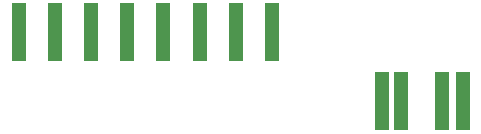
<source format=gbp>
G04 EasyEDA Pro v2.2.22.1, 2024-08-16 18:46:04*
G04 Gerber Generator version 0.3*G04*
G04 #@! TF.GenerationSoftware,Altium Limited,Altium Designer,22.10.1 (41)*
G04*
G04 Layer_Color=128*
%FSLAX25Y25*%
%MOIN*%
G70*
G04*
G04 #@! TF.SameCoordinates,35FDAC58-FA5E-4571-A4AC-5025684A0D72*
G04*
G04*
G04 #@! TF.FilePolarity,Positive*
G04*
G01*
G75*
%ADD23R,0.04724X0.19685*%
D23*
X29500Y-11500D02*
D03*
X22500D02*
D03*
X2500D02*
D03*
X9000D02*
D03*
X-94357Y11500D02*
D03*
X-70214D02*
D03*
X-106429D02*
D03*
X-118500D02*
D03*
X-82286D02*
D03*
X-46071D02*
D03*
X-34000D02*
D03*
X-58143D02*
D03*
M02*

</source>
